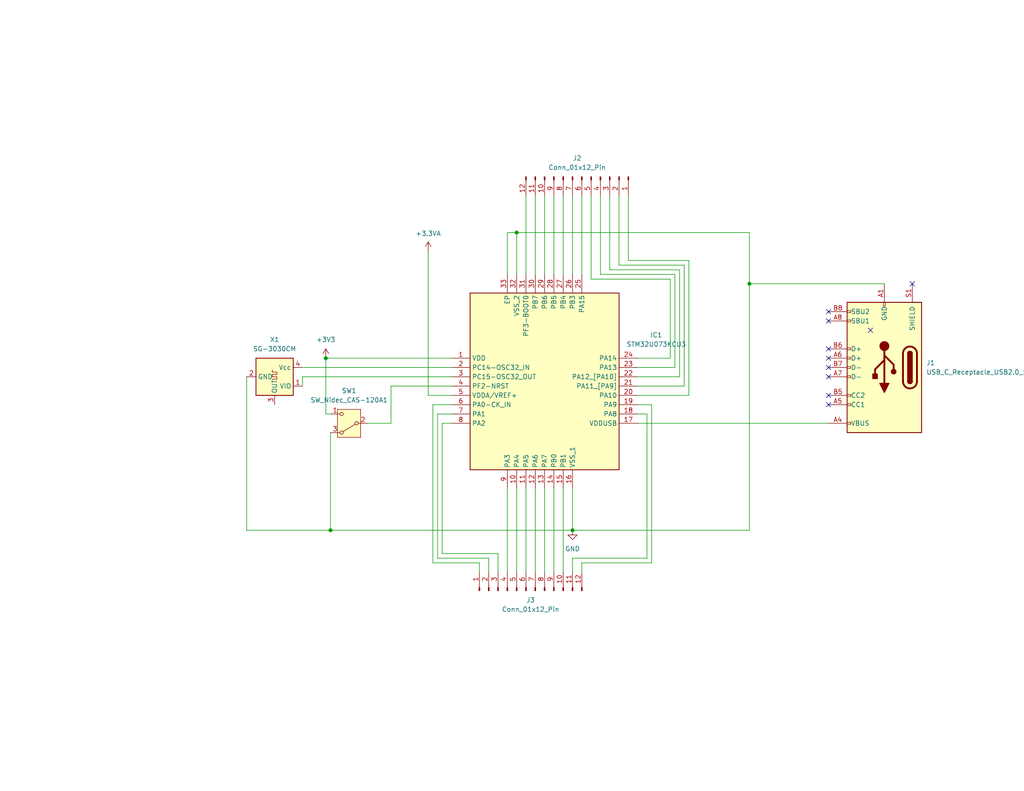
<source format=kicad_sch>
(kicad_sch (version 20231120) (generator "eeschema") (generator_version "8.0")
  (paper "USLetter")
  (lib_symbols
    (symbol "Connector:Conn_01x12_Pin" (pin_names (offset 1.016) hide)
      (property "Reference" "J" (at 0 15.24 0))
      (property "Value" "Conn_01x12_Pin" (at 0 -17.78 0))
      (symbol "Conn_01x12_Pin_1_1"
        (polyline (pts (xy 1.27 -15.24) (xy 0.8636 -15.24)) (stroke (width 0.1524)))
        (polyline (pts (xy 1.27 -12.7) (xy 0.8636 -12.7)) (stroke (width 0.1524)))
        (polyline (pts (xy 1.27 -10.16) (xy 0.8636 -10.16)) (stroke (width 0.1524)))
        (polyline (pts (xy 1.27 -7.62) (xy 0.8636 -7.62)) (stroke (width 0.1524)))
        (polyline (pts (xy 1.27 -5.08) (xy 0.8636 -5.08)) (stroke (width 0.1524)))
        (polyline (pts (xy 1.27 -2.54) (xy 0.8636 -2.54)) (stroke (width 0.1524)))
        (polyline (pts (xy 1.27 0) (xy 0.8636 0)) (stroke (width 0.1524)))
        (polyline (pts (xy 1.27 2.54) (xy 0.8636 2.54)) (stroke (width 0.1524)))
        (polyline (pts (xy 1.27 5.08) (xy 0.8636 5.08)) (stroke (width 0.1524)))
        (polyline (pts (xy 1.27 7.62) (xy 0.8636 7.62)) (stroke (width 0.1524)))
        (polyline (pts (xy 1.27 10.16) (xy 0.8636 10.16)) (stroke (width 0.1524)))
        (polyline (pts (xy 1.27 12.7) (xy 0.8636 12.7)) (stroke (width 0.1524)))
        (rectangle (start 0.8636 -15.113) (end 0 -15.367) (stroke (width 0.1524)) (fill (type outline)))
        (rectangle (start 0.8636 -12.573) (end 0 -12.827) (stroke (width 0.1524)) (fill (type outline)))
        (rectangle (start 0.8636 -10.033) (end 0 -10.287) (stroke (width 0.1524)) (fill (type outline)))
        (rectangle (start 0.8636 -7.493) (end 0 -7.747) (stroke (width 0.1524)) (fill (type outline)))
        (rectangle (start 0.8636 -4.953) (end 0 -5.207) (stroke (width 0.1524)) (fill (type outline)))
        (rectangle (start 0.8636 -2.413) (end 0 -2.667) (stroke (width 0.1524)) (fill (type outline)))
        (rectangle (start 0.8636 0.127) (end 0 -0.127) (stroke (width 0.1524)) (fill (type outline)))
        (rectangle (start 0.8636 2.667) (end 0 2.413) (stroke (width 0.1524)) (fill (type outline)))
        (rectangle (start 0.8636 5.207) (end 0 4.953) (stroke (width 0.1524)) (fill (type outline)))
        (rectangle (start 0.8636 7.747) (end 0 7.493) (stroke (width 0.1524)) (fill (type outline)))
        (rectangle (start 0.8636 10.287) (end 0 10.033) (stroke (width 0.1524)) (fill (type outline)))
        (rectangle (start 0.8636 12.827) (end 0 12.573) (stroke (width 0.1524)) (fill (type outline)))
        (pin passive line (at 5.08 12.7 180) (length 3.81) (name "Pin_1") (number "1"))
        (pin passive line (at 5.08 -10.16 180) (length 3.81) (name "Pin_10") (number "10"))
        (pin passive line (at 5.08 -12.7 180) (length 3.81) (name "Pin_11") (number "11"))
        (pin passive line (at 5.08 -15.24 180) (length 3.81) (name "Pin_12") (number "12"))
        (pin passive line (at 5.08 10.16 180) (length 3.81) (name "Pin_2") (number "2"))
        (pin passive line (at 5.08 7.62 180) (length 3.81) (name "Pin_3") (number "3"))
        (pin passive line (at 5.08 5.08 180) (length 3.81) (name "Pin_4") (number "4"))
        (pin passive line (at 5.08 2.54 180) (length 3.81) (name "Pin_5") (number "5"))
        (pin passive line (at 5.08 0 180) (length 3.81) (name "Pin_6") (number "6"))
        (pin passive line (at 5.08 -2.54 180) (length 3.81) (name "Pin_7") (number "7"))
        (pin passive line (at 5.08 -5.08 180) (length 3.81) (name "Pin_8") (number "8"))
        (pin passive line (at 5.08 -7.62 180) (length 3.81) (name "Pin_9") (number "9"))
      )
    )
    (symbol "Connector:USB_C_Receptacle_USB2.0_16P" (pin_names (offset 1.016))
      (property "Reference" "J" (at 0 22.225 0))
      (property "Value" "USB_C_Receptacle_USB2.0_16P" (at 0 19.685 0))
      (symbol "USB_C_Receptacle_USB2.0_16P_0_0"
        (rectangle (start -0.254 -17.78) (end 0.254 -16.764))
        (rectangle (start 10.16 -14.986) (end 9.144 -15.494))
        (rectangle (start 10.16 -12.446) (end 9.144 -12.954))
        (rectangle (start 10.16 -4.826) (end 9.144 -5.334))
        (rectangle (start 10.16 -2.286) (end 9.144 -2.794))
        (rectangle (start 10.16 0.254) (end 9.144 -0.254))
        (rectangle (start 10.16 2.794) (end 9.144 2.286))
        (rectangle (start 10.16 7.874) (end 9.144 7.366))
        (rectangle (start 10.16 10.414) (end 9.144 9.906))
        (rectangle (start 10.16 15.494) (end 9.144 14.986))
      )
      (symbol "USB_C_Receptacle_USB2.0_16P_0_1"
        (rectangle (start -10.16 17.78) (end 10.16 -17.78) (stroke (width 0.254)) (fill (type background)))
        (arc (start -8.89 -3.81) (mid -6.985 -5.7067) (end -5.08 -3.81) (stroke (width 0.508)))
        (arc (start -7.62 -3.81) (mid -6.985 -4.4423) (end -6.35 -3.81) (stroke (width 0.254)))
        (arc (start -7.62 -3.81) (mid -6.985 -4.4423) (end -6.35 -3.81) (stroke (width 0.254)) (fill (type outline)))
        (rectangle (start -7.62 -3.81) (end -6.35 3.81) (stroke (width 0.254)) (fill (type outline)))
        (arc (start -6.35 3.81) (mid -6.985 4.4423) (end -7.62 3.81) (stroke (width 0.254)))
        (arc (start -6.35 3.81) (mid -6.985 4.4423) (end -7.62 3.81) (stroke (width 0.254)) (fill (type outline)))
        (arc (start -5.08 3.81) (mid -6.985 5.7067) (end -8.89 3.81) (stroke (width 0.508)))
        (circle (center -2.54 1.143) (radius 0.635) (stroke (width 0.254)) (fill (type outline)))
        (circle (center 0 -5.842) (radius 1.27) (fill (type outline)))
        (polyline (pts (xy -8.89 -3.81) (xy -8.89 3.81)) (stroke (width 0.508)))
        (polyline (pts (xy -5.08 3.81) (xy -5.08 -3.81)) (stroke (width 0.508)))
        (polyline (pts (xy 0 -5.842) (xy 0 4.318)) (stroke (width 0.508)))
        (polyline (pts (xy 0 -3.302) (xy -2.54 -0.762) (xy -2.54 0.508)) (stroke (width 0.508)))
        (polyline (pts (xy 0 -2.032) (xy 2.54 0.508) (xy 2.54 1.778)) (stroke (width 0.508)))
        (polyline (pts (xy -1.27 4.318) (xy 0 6.858) (xy 1.27 4.318) (xy -1.27 4.318)) (stroke (width 0.254)) (fill (type outline)))
        (rectangle (start 1.905 1.778) (end 3.175 3.048) (stroke (width 0.254)) (fill (type outline)))
      )
      (symbol "USB_C_Receptacle_USB2.0_16P_1_1"
        (pin passive line (at 0 -22.86 90) (length 5.08) (name "GND") (number "A1"))
        (pin passive line (at 0 -22.86 90) (length 5.08) hide (name "GND") (number "A12"))
        (pin passive line (at 15.24 15.24 180) (length 5.08) (name "VBUS") (number "A4"))
        (pin bidirectional line (at 15.24 10.16 180) (length 5.08) (name "CC1") (number "A5"))
        (pin bidirectional line (at 15.24 -2.54 180) (length 5.08) (name "D+") (number "A6"))
        (pin bidirectional line (at 15.24 2.54 180) (length 5.08) (name "D-") (number "A7"))
        (pin bidirectional line (at 15.24 -12.7 180) (length 5.08) (name "SBU1") (number "A8"))
        (pin passive line (at 15.24 15.24 180) (length 5.08) hide (name "VBUS") (number "A9"))
        (pin passive line (at 0 -22.86 90) (length 5.08) hide (name "GND") (number "B1"))
        (pin passive line (at 0 -22.86 90) (length 5.08) hide (name "GND") (number "B12"))
        (pin passive line (at 15.24 15.24 180) (length 5.08) hide (name "VBUS") (number "B4"))
        (pin bidirectional line (at 15.24 7.62 180) (length 5.08) (name "CC2") (number "B5"))
        (pin bidirectional line (at 15.24 -5.08 180) (length 5.08) (name "D+") (number "B6"))
        (pin bidirectional line (at 15.24 0 180) (length 5.08) (name "D-") (number "B7"))
        (pin bidirectional line (at 15.24 -15.24 180) (length 5.08) (name "SBU2") (number "B8"))
        (pin passive line (at 15.24 15.24 180) (length 5.08) hide (name "VBUS") (number "B9"))
        (pin passive line (at -7.62 -22.86 90) (length 5.08) (name "SHIELD") (number "S1"))
      )
    )
    (symbol "Oscillator:SG-3030CM"
      (property "Reference" "X" (at -5.08 -6.35 0))
      (property "Value" "SG-3030CM" (at 1.27 -6.35 0))
      (symbol "SG-3030CM_0_1"
        (rectangle (start -5.08 5.08) (end 5.08 -5.08) (stroke (width 0.254)) (fill (type background)))
        (polyline (pts (xy -1.905 -0.635) (xy -1.27 -0.635) (xy -1.27 0.635) (xy -0.635 0.635) (xy -0.635 -0.635) (xy 0 -0.635) (xy 0 0.635) (xy 0.635 0.635) (xy 0.635 -0.635)))
      )
      (symbol "SG-3030CM_1_1"
        (pin power_in line (at 2.54 7.62 270) (length 2.54) (name "VIO") (number "1"))
        (pin power_in line (at 0 -7.62 90) (length 2.54) (name "GND") (number "2"))
        (pin output line (at 7.62 0 180) (length 2.54) (name "OUT") (number "3"))
        (pin power_in line (at -2.54 7.62 270) (length 2.54) (name "Vcc") (number "4"))
      )
    )
    (symbol "STM32U073KCU3:STM32U073KCU3"
      (property "Reference" "IC" (at 46.99 22.86 0))
      (property "Value" "STM32U073KCU3" (at 46.99 20.32 0))
      (symbol "STM32U073KCU3_1_1"
        (rectangle (start 5.08 17.78) (end 45.72 -30.48) (stroke (width 0.254)) (fill (type background)))
        (pin passive line (at 0 0 0) (length 5.08) (name "VDD") (number "1"))
        (pin passive line (at 17.78 -35.56 90) (length 5.08) (name "PA4") (number "10"))
        (pin passive line (at 20.32 -35.56 90) (length 5.08) (name "PA5") (number "11"))
        (pin passive line (at 22.86 -35.56 90) (length 5.08) (name "PA6") (number "12"))
        (pin passive line (at 25.4 -35.56 90) (length 5.08) (name "PA7") (number "13"))
        (pin passive line (at 27.94 -35.56 90) (length 5.08) (name "PB0") (number "14"))
        (pin passive line (at 30.48 -35.56 90) (length 5.08) (name "PB1") (number "15"))
        (pin passive line (at 33.02 -35.56 90) (length 5.08) (name "VSS_1") (number "16"))
        (pin passive line (at 50.8 -17.78 180) (length 5.08) (name "VDDUSB") (number "17"))
        (pin passive line (at 50.8 -15.24 180) (length 5.08) (name "PA8") (number "18"))
        (pin passive line (at 50.8 -12.7 180) (length 5.08) (name "PA9") (number "19"))
        (pin passive line (at 0 -2.54 0) (length 5.08) (name "PC14-OSC32_IN") (number "2"))
        (pin passive line (at 50.8 -10.16 180) (length 5.08) (name "PA10") (number "20"))
        (pin passive line (at 50.8 -7.62 180) (length 5.08) (name "PA11_[PA9]") (number "21"))
        (pin passive line (at 50.8 -5.08 180) (length 5.08) (name "PA12_[PA10]") (number "22"))
        (pin passive line (at 50.8 -2.54 180) (length 5.08) (name "PA13") (number "23"))
        (pin passive line (at 50.8 0 180) (length 5.08) (name "PA14") (number "24"))
        (pin passive line (at 35.56 22.86 270) (length 5.08) (name "PA15") (number "25"))
        (pin passive line (at 33.02 22.86 270) (length 5.08) (name "PB3") (number "26"))
        (pin passive line (at 30.48 22.86 270) (length 5.08) (name "PB4") (number "27"))
        (pin passive line (at 27.94 22.86 270) (length 5.08) (name "PB5") (number "28"))
        (pin passive line (at 25.4 22.86 270) (length 5.08) (name "PB6") (number "29"))
        (pin passive line (at 0 -5.08 0) (length 5.08) (name "PC15-OSC32_OUT") (number "3"))
        (pin passive line (at 22.86 22.86 270) (length 5.08) (name "PB7") (number "30"))
        (pin passive line (at 20.32 22.86 270) (length 5.08) (name "PF3-BOOT0") (number "31"))
        (pin passive line (at 17.78 22.86 270) (length 5.08) (name "VSS_2") (number "32"))
        (pin passive line (at 15.24 22.86 270) (length 5.08) (name "EP") (number "33"))
        (pin passive line (at 0 -7.62 0) (length 5.08) (name "PF2-NRST") (number "4"))
        (pin passive line (at 0 -10.16 0) (length 5.08) (name "VDDA/VREF+") (number "5"))
        (pin passive line (at 0 -12.7 0) (length 5.08) (name "PA0-CK_IN") (number "6"))
        (pin passive line (at 0 -15.24 0) (length 5.08) (name "PA1") (number "7"))
        (pin passive line (at 0 -17.78 0) (length 5.08) (name "PA2") (number "8"))
        (pin passive line (at 15.24 -35.56 90) (length 5.08) (name "PA3") (number "9"))
      )
    )
    (symbol "Switch:SW_Nidec_CAS-120A1" (pin_names (offset 1) hide)
      (property "Reference" "SW" (at 0 4.318 0))
      (property "Value" "SW_Nidec_CAS-120A1" (at 0 -5.08 0))
      (symbol "SW_Nidec_CAS-120A1_0_1"
        (circle (center -2.032 0) (radius 0.4572))
        (polyline (pts (xy -1.651 0.254) (xy 1.651 2.286)))
        (circle (center 2.032 -2.54) (radius 0.4572))
        (circle (center 2.032 2.54) (radius 0.4572))
      )
      (symbol "SW_Nidec_CAS-120A1_1_1"
        (rectangle (start -3.175 3.81) (end 3.175 -3.81) (fill (type background)))
        (pin passive line (at 5.08 -2.54 180) (length 2.54) (name "C") (number "1"))
        (pin passive line (at -5.08 0 0) (length 2.54) (name "B") (number "2"))
        (pin passive line (at 5.08 2.54 180) (length 2.54) (name "A") (number "3"))
      )
    )
    (symbol "power:+3.3VA" (power) (pin_numbers hide) (pin_names (offset 0) hide)
      (property "Value" "+3.3VA" (at 0 3.556 0))
      (symbol "+3.3VA_0_1"
        (polyline (pts (xy -0.762 1.27) (xy 0 2.54)))
        (polyline (pts (xy 0 0) (xy 0 2.54)))
        (polyline (pts (xy 0 2.54) (xy 0.762 1.27)))
      )
      (symbol "+3.3VA_1_1"
        (pin power_in line (at 0 0 90) (length 0) (name "~") (number "1"))
      )
    )
    (symbol "power:+3V3" (power) (pin_numbers hide) (pin_names (offset 0) hide)
      (property "Value" "+3V3" (at 0 3.556 0))
      (symbol "+3V3_0_1"
        (polyline (pts (xy -0.762 1.27) (xy 0 2.54)))
        (polyline (pts (xy 0 0) (xy 0 2.54)))
        (polyline (pts (xy 0 2.54) (xy 0.762 1.27)))
      )
      (symbol "+3V3_1_1"
        (pin power_in line (at 0 0 90) (length 0) (name "~") (number "1"))
      )
    )
    (symbol "power:GND" (power) (pin_numbers hide) (pin_names (offset 0) hide)
      (property "Value" "GND" (at 0 -3.81 0))
      (symbol "GND_0_1"
        (polyline (pts (xy 0 0) (xy 0 -1.27) (xy 1.27 -1.27) (xy 0 -2.54) (xy -1.27 -1.27) (xy 0 -1.27)))
      )
      (symbol "GND_1_1"
        (pin power_in line (at 0 0 270) (length 0) (name "~") (number "1"))
      )
    )
  )
  (junction (at 204.47 77.47))
  (junction (at 90.17 144.78))
  (junction (at 140.97 63.5))
  (junction (at 156.21 144.78))
  (junction (at 88.9 97.79))
  (no_connect (at 226.06 87.63))
  (no_connect (at 226.06 110.49))
  (no_connect (at 226.06 85.09))
  (no_connect (at 226.06 100.33))
  (no_connect (at 226.06 95.25))
  (no_connect (at 226.06 107.95))
  (no_connect (at 248.92 77.47))
  (no_connect (at 226.06 102.87))
  (no_connect (at 226.06 97.79))
  (no_connect (at 237.49 90.17))
  (wire (pts (xy 88.9 97.79) (xy 123.19 97.79)))
  (wire (pts (xy 148.59 53.34) (xy 148.59 74.93)))
  (wire (pts (xy 100.33 115.57) (xy 106.68 115.57)))
  (wire (pts (xy 163.83 53.34) (xy 163.83 74.93)))
  (wire (pts (xy 82.55 102.87) (xy 123.19 102.87)))
  (wire (pts (xy 156.21 144.78) (xy 204.47 144.78)))
  (wire (pts (xy 133.35 156.21) (xy 133.35 152.4)))
  (wire (pts (xy 140.97 63.5) (xy 204.47 63.5)))
  (wire (pts (xy 173.99 110.49) (xy 177.8 110.49)))
  (wire (pts (xy 168.91 53.34) (xy 168.91 72.39)))
  (wire (pts (xy 173.99 113.03) (xy 176.53 113.03)))
  (wire (pts (xy 146.05 53.34) (xy 146.05 74.93)))
  (wire (pts (xy 171.45 71.12) (xy 187.96 71.12)))
  (wire (pts (xy 120.65 151.13) (xy 120.65 115.57)))
  (wire (pts (xy 156.21 133.35) (xy 156.21 144.78)))
  (wire (pts (xy 187.96 71.12) (xy 187.96 107.95)))
  (wire (pts (xy 158.75 156.21) (xy 158.75 153.67)))
  (wire (pts (xy 88.9 113.03) (xy 88.9 97.79)))
  (wire (pts (xy 140.97 133.35) (xy 140.97 156.21)))
  (wire (pts (xy 153.67 53.34) (xy 153.67 74.93)))
  (wire (pts (xy 156.21 156.21) (xy 156.21 152.4)))
  (wire (pts (xy 130.81 153.67) (xy 118.11 153.67)))
  (wire (pts (xy 173.99 107.95) (xy 187.96 107.95)))
  (wire (pts (xy 168.91 72.39) (xy 186.69 72.39)))
  (wire (pts (xy 106.68 115.57) (xy 106.68 105.41)))
  (wire (pts (xy 116.84 68.58) (xy 116.84 107.95)))
  (wire (pts (xy 119.38 113.03) (xy 123.19 113.03)))
  (wire (pts (xy 119.38 152.4) (xy 119.38 113.03)))
  (wire (pts (xy 158.75 153.67) (xy 177.8 153.67)))
  (wire (pts (xy 120.65 115.57) (xy 123.19 115.57)))
  (wire (pts (xy 67.31 144.78) (xy 90.17 144.78)))
  (wire (pts (xy 90.17 118.11) (xy 90.17 144.78)))
  (wire (pts (xy 82.55 100.33) (xy 123.19 100.33)))
  (wire (pts (xy 133.35 152.4) (xy 119.38 152.4)))
  (wire (pts (xy 130.81 156.21) (xy 130.81 153.67)))
  (wire (pts (xy 177.8 153.67) (xy 177.8 110.49)))
  (wire (pts (xy 138.43 63.5) (xy 140.97 63.5)))
  (wire (pts (xy 90.17 113.03) (xy 88.9 113.03)))
  (wire (pts (xy 204.47 77.47) (xy 204.47 144.78)))
  (wire (pts (xy 143.51 53.34) (xy 143.51 74.93)))
  (wire (pts (xy 186.69 72.39) (xy 186.69 105.41)))
  (wire (pts (xy 116.84 107.95) (xy 123.19 107.95)))
  (wire (pts (xy 153.67 133.35) (xy 153.67 156.21)))
  (wire (pts (xy 173.99 115.57) (xy 226.06 115.57)))
  (wire (pts (xy 182.88 97.79) (xy 173.99 97.79)))
  (wire (pts (xy 204.47 77.47) (xy 241.3 77.47)))
  (wire (pts (xy 204.47 63.5) (xy 204.47 77.47)))
  (wire (pts (xy 173.99 102.87) (xy 185.42 102.87)))
  (wire (pts (xy 182.88 76.2) (xy 182.88 97.79)))
  (wire (pts (xy 67.31 102.87) (xy 67.31 144.78)))
  (wire (pts (xy 166.37 53.34) (xy 166.37 73.66)))
  (wire (pts (xy 90.17 144.78) (xy 156.21 144.78)))
  (wire (pts (xy 148.59 133.35) (xy 148.59 156.21)))
  (wire (pts (xy 156.21 152.4) (xy 176.53 152.4)))
  (wire (pts (xy 163.83 74.93) (xy 184.15 74.93)))
  (wire (pts (xy 118.11 110.49) (xy 123.19 110.49)))
  (wire (pts (xy 138.43 133.35) (xy 138.43 156.21)))
  (wire (pts (xy 161.29 76.2) (xy 182.88 76.2)))
  (wire (pts (xy 146.05 133.35) (xy 146.05 156.21)))
  (wire (pts (xy 118.11 153.67) (xy 118.11 110.49)))
  (wire (pts (xy 135.89 156.21) (xy 135.89 151.13)))
  (wire (pts (xy 143.51 133.35) (xy 143.51 156.21)))
  (wire (pts (xy 185.42 73.66) (xy 185.42 102.87)))
  (wire (pts (xy 140.97 74.93) (xy 140.97 63.5)))
  (wire (pts (xy 176.53 152.4) (xy 176.53 113.03)))
  (wire (pts (xy 82.55 105.41) (xy 82.55 102.87)))
  (wire (pts (xy 106.68 105.41) (xy 123.19 105.41)))
  (wire (pts (xy 184.15 100.33) (xy 173.99 100.33)))
  (wire (pts (xy 158.75 53.34) (xy 158.75 74.93)))
  (wire (pts (xy 151.13 133.35) (xy 151.13 156.21)))
  (wire (pts (xy 156.21 53.34) (xy 156.21 74.93)))
  (wire (pts (xy 173.99 105.41) (xy 186.69 105.41)))
  (wire (pts (xy 161.29 53.34) (xy 161.29 76.2)))
  (wire (pts (xy 171.45 53.34) (xy 171.45 71.12)))
  (wire (pts (xy 135.89 151.13) (xy 120.65 151.13)))
  (wire (pts (xy 166.37 73.66) (xy 185.42 73.66)))
  (wire (pts (xy 151.13 53.34) (xy 151.13 74.93)))
  (wire (pts (xy 184.15 74.93) (xy 184.15 100.33)))
  (wire (pts (xy 138.43 74.93) (xy 138.43 63.5)))
  (symbol (lib_id "Switch:SW_Nidec_CAS-120A1") (at 95.25 115.57 180) (unit 1)
    (property "Reference" "SW1" (at 95.25 106.68 0))
    (property "Value" "SW_Nidec_CAS-120A1" (at 95.25 109.22 0))
    (property "Footprint" "Button_Switch_SMD:Nidec_Copal_CAS-120A" (effects (hide yes)))
    (property "Datasheet" "https://www.nidec-components.com/e/catalog/switch/cas.pdf" (effects (hide yes)))
    (property "Description" "Switch, single pole double throw" (effects (hide yes)))
  )
  (symbol (lib_id "power:+3V3") (at 88.9 97.79 0) (unit 1)
    (property "Reference" "#PWR01" (effects (hide yes)))
    (property "Value" "+3V3" (at 88.9 92.71 0))
    (property "Description" "Power symbol creates a global label with name \"+3V3\"" (effects (hide yes)))
  )
  (symbol (lib_id "Oscillator:SG-3030CM") (at 74.93 102.87 270) (unit 1)
    (property "Reference" "X1" (at 74.93 92.71 90))
    (property "Value" "SG-3030CM" (at 74.93 95.25 90))
    (property "Footprint" "Oscillator:Oscillator_SMD_SeikoEpson_SG3030CM" (effects (hide yes)))
    (property "Datasheet" "https://support.epson.biz/td/api/doc_check.php?mode=dl&lang=en&Parts=SG-3030CM" (effects (hide yes)))
    (property "Description" "32.768kHz Crystal Oscillator (SPXO)" (effects (hide yes)))
  )
  (symbol (lib_id "power:GND") (at 156.21 144.78 0) (unit 1)
    (property "Reference" "#PWR02" (effects (hide yes)))
    (property "Value" "GND" (at 156.21 149.86 0))
    (property "Description" "Power symbol creates a global label with name \"GND\" , ground" (effects (hide yes)))
  )
  (symbol (lib_id "Connector:Conn_01x12_Pin") (at 158.75 48.26 270) (unit 1)
    (property "Reference" "J2" (at 157.48 43.18 90))
    (property "Value" "Conn_01x12_Pin" (at 157.48 45.72 90))
    (property "Footprint" "Connector_JST:JST_PH_B12B-PH-SM4-TB_1x12-1MP_P2.00mm_Vertical" (effects (hide yes)))
    (property "Description" "Generic connector, single row, 01x12, script generated" (effects (hide yes)))
  )
  (symbol (lib_id "Connector:Conn_01x12_Pin") (at 143.51 161.29 90) (unit 1)
    (property "Reference" "J3" (at 144.78 163.83 90))
    (property "Value" "Conn_01x12_Pin" (at 144.78 166.37 90))
    (property "Description" "Generic connector, single row, 01x12, script generated" (effects (hide yes)))
  )
  (symbol (lib_id "power:+3.3VA") (at 116.84 68.58 0) (unit 1)
    (property "Reference" "#PWR03" (effects (hide yes)))
    (property "Value" "+3.3VA" (at 116.84 63.754 0))
    (property "Description" "Power symbol creates a global label with name \"+3.3VA\"" (effects (hide yes)))
  )
  (symbol (lib_id "Connector:USB_C_Receptacle_USB2.0_16P") (at 241.3 100.33 180) (unit 1)
    (property "Reference" "J1" (at 252.73 99.0599 0) (effects (justify right)))
    (property "Value" "USB_C_Receptacle_USB2.0_16P" (at 252.73 101.5999 0) (effects (justify right)))
    (property "Footprint" "Riley:GCT_USB4520-03-0-A_REVA" (effects (hide yes)))
    (property "Datasheet" "https://www.usb.org/sites/default/files/documents/usb_type-c.zip" (effects (hide yes)))
    (property "Description" "USB 2.0-only 16P Type-C Receptacle connector" (effects (hide yes)))
  )
  (symbol (lib_id "STM32U073KCU3:STM32U073KCU3") (at 123.19 97.79 0) (unit 1)
    (property "Reference" "IC1" (at 179.07 91.4714 0))
    (property "Value" "STM32U073KCU3" (at 179.07 94.0114 0))
    (property "Footprint" "QFN50P500X500X60-33N-D" (effects (hide yes)))
    (property "Datasheet" "https://www.st.com/resource/en/datasheet/stm32u073c8.pdf" (effects (hide yes)))
    (property "Description" "Ultra-low-power Arm Cortex-M0+ MCU with 256 Kbytes of Flash memory, LCD, USB, 56 MHz CPU" (effects (hide yes)))
    (property "Height" "0.6" (effects (hide yes)))
    (property "Manufacturer_Name" "STMicroelectronics" (effects (hide yes)))
    (property "Manufacturer_Part_Number" "STM32U073KCU3" (effects (hide yes)))
  )
)
</source>
